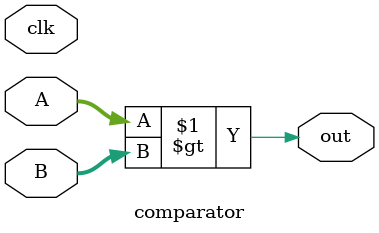
<source format=sv>

module comparator(clk, A, B, out);
	input logic clk;
	input logic [9:0] A, B;
	output logic out;
	
	assign out = (A > B);
endmodule

//module comparator_testbench();
//	logic [9:0] A, B;
//	logic out;
//	
//	comparator dut(A, B, out);
//	
//	initial begin
//		A = 10'b0010101100;	B = 10'b0111001001;	#10;
//									B = 10'b0000001001;	#10;
//									B = 10'b1100001001;	#10;
//		A = 10'b1010101100;	B = 10'b0111001001;	#10;
//		A = 10'b0011110100;								#10;
//		A = 10'b0000110100;								#10;
//	end
//endmodule

</source>
